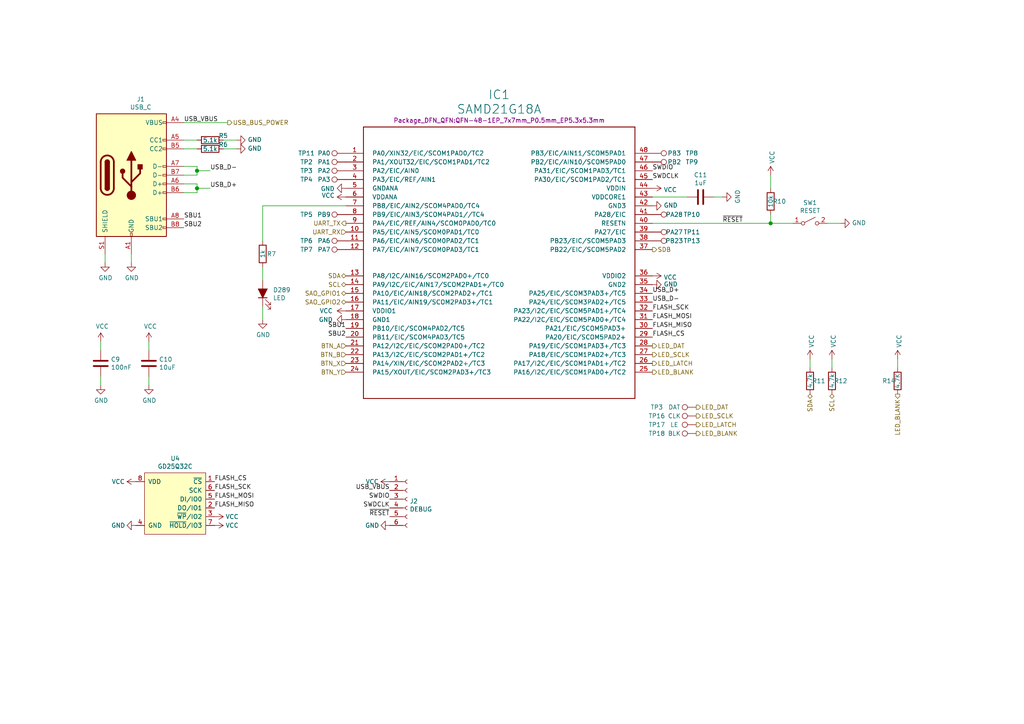
<source format=kicad_sch>
(kicad_sch (version 20200828) (generator eeschema)
  (page 2 20)
  (paper "A4")
  (title_block (title "SAMD21 controller, flash, usb and programming") (rev "1.0"))
  (lib_symbols
    (symbol "Connector:Conn_01x06_Female" (pin_names (offset 1.016) hide)
      (property "Reference" "J" (at 0 7.62 0))
      (property "Value" "Conn_01x06_Female" (at 0 -10.16 0))
      (symbol "Conn_01x06_Female_1_1"
        (arc (start 0 -7.112) (end 0 -8.128) (radius (at 0 -7.62) (length 0.508) (angles 90.1 -90.1)) (stroke (width 0.1524)))
        (arc (start 0 -4.572) (end 0 -5.588) (radius (at 0 -5.08) (length 0.508) (angles 90.1 -90.1)) (stroke (width 0.1524)))
        (arc (start 0 -2.032) (end 0 -3.048) (radius (at 0 -2.54) (length 0.508) (angles 90.1 -90.1)) (stroke (width 0.1524)))
        (arc (start 0 0.508) (end 0 -0.508) (radius (at 0 0) (length 0.508) (angles 90.1 -90.1)) (stroke (width 0.1524)))
        (arc (start 0 3.048) (end 0 2.032) (radius (at 0 2.54) (length 0.508) (angles 90.1 -90.1)) (stroke (width 0.1524)))
        (arc (start 0 5.588) (end 0 4.572) (radius (at 0 5.08) (length 0.508) (angles 90.1 -90.1)) (stroke (width 0.1524)))
        (polyline (pts (xy -1.27 -7.62) (xy -0.508 -7.62)) (stroke (width 0.1524)))
        (polyline (pts (xy -1.27 -5.08) (xy -0.508 -5.08)) (stroke (width 0.1524)))
        (polyline (pts (xy -1.27 -2.54) (xy -0.508 -2.54)) (stroke (width 0.1524)))
        (polyline (pts (xy -1.27 0) (xy -0.508 0)) (stroke (width 0.1524)))
        (polyline (pts (xy -1.27 2.54) (xy -0.508 2.54)) (stroke (width 0.1524)))
        (polyline (pts (xy -1.27 5.08) (xy -0.508 5.08)) (stroke (width 0.1524)))
        (pin passive line (at -5.08 5.08 0) (length 3.81) (name "Pin_1") (number "1"))
        (pin passive line (at -5.08 2.54 0) (length 3.81) (name "Pin_2") (number "2"))
        (pin passive line (at -5.08 0 0) (length 3.81) (name "Pin_3") (number "3"))
        (pin passive line (at -5.08 -2.54 0) (length 3.81) (name "Pin_4") (number "4"))
        (pin passive line (at -5.08 -5.08 0) (length 3.81) (name "Pin_5") (number "5"))
        (pin passive line (at -5.08 -7.62 0) (length 3.81) (name "Pin_6") (number "6"))
      )
    )
    (symbol "Connector:TestPoint" (pin_numbers hide) (pin_names (offset 0.762) hide)
      (property "Reference" "TP" (at 0 6.858 0))
      (property "Value" "TestPoint" (at 0 5.08 0))
      (symbol "TestPoint_0_1"
        (circle (center 0 3.302) (radius 0.762))
      )
      (symbol "TestPoint_1_1"
        (pin passive line (at 0 0 90) (length 2.54) (name "1") (number "1"))
      )
    )
    (symbol "Connector:USB_C_Receptacle_USB2.0" (pin_names (offset 1.016))
      (property "Reference" "J" (at -10.16 19.05 0))
      (property "Value" "USB_C_Receptacle_USB2.0" (at 19.05 19.05 0))
      (symbol "USB_C_Receptacle_USB2.0_0_1"
        (arc (start -8.89 -3.81) (end -5.08 -3.81) (radius (at -6.985 -3.81) (length 1.905) (angles -179.9 -0.1)) (stroke (width 0.508)))
        (arc (start -7.62 -3.81) (end -6.35 -3.81) (radius (at -6.985 -3.81) (length 0.635) (angles -179.9 -0.1)) (stroke (width 0.254)))
        (arc (start -7.62 -3.81) (end -6.35 -3.81) (radius (at -6.985 -3.81) (length 0.635) (angles -179.9 -0.1)) (stroke (width 0.254)) (fill (type outline)))
        (arc (start -6.35 3.81) (end -7.62 3.81) (radius (at -6.985 3.81) (length 0.635) (angles 0.1 179.9)) (stroke (width 0.254)) (fill (type outline)))
        (arc (start -6.35 3.81) (end -7.62 3.81) (radius (at -6.985 3.81) (length 0.635) (angles 0.1 179.9)) (stroke (width 0.254)))
        (arc (start -5.08 3.81) (end -8.89 3.81) (radius (at -6.985 3.81) (length 1.905) (angles 0.1 179.9)) (stroke (width 0.508)))
        (circle (center -2.54 1.143) (radius 0.635) (stroke (width 0.254)) (fill (type outline)))
        (circle (center 0 -5.842) (radius 1.27) (fill (type outline)))
        (rectangle (start -10.16 17.78) (end 10.16 -17.78) (stroke (width 0.254)) (fill (type background)))
        (rectangle (start -7.62 -3.81) (end -6.35 3.81) (stroke (width 0.254)) (fill (type outline)))
        (rectangle (start 1.905 1.778) (end 3.175 3.048) (stroke (width 0.254)) (fill (type outline)))
        (polyline (pts (xy -8.89 -3.81) (xy -8.89 3.81)) (stroke (width 0.508)))
        (polyline (pts (xy -5.08 3.81) (xy -5.08 -3.81)) (stroke (width 0.508)))
        (polyline (pts (xy 0 -5.842) (xy 0 4.318)) (stroke (width 0.508)))
        (polyline (pts (xy 0 -3.302) (xy -2.54 -0.762) (xy -2.54 0.508)) (stroke (width 0.508)))
        (polyline (pts (xy 0 -2.032) (xy 2.54 0.508) (xy 2.54 1.778)) (stroke (width 0.508)))
        (polyline (pts (xy -1.27 4.318) (xy 0 6.858) (xy 1.27 4.318) (xy -1.27 4.318)) (stroke (width 0.254)) (fill (type outline)))
      )
      (symbol "USB_C_Receptacle_USB2.0_0_0"
        (rectangle (start -0.254 -17.78) (end 0.254 -16.764))
        (rectangle (start 10.16 -14.986) (end 9.144 -15.494))
        (rectangle (start 10.16 -12.446) (end 9.144 -12.954))
        (rectangle (start 10.16 -4.826) (end 9.144 -5.334))
        (rectangle (start 10.16 -2.286) (end 9.144 -2.794))
        (rectangle (start 10.16 0.254) (end 9.144 -0.254))
        (rectangle (start 10.16 2.794) (end 9.144 2.286))
        (rectangle (start 10.16 7.874) (end 9.144 7.366))
        (rectangle (start 10.16 10.414) (end 9.144 9.906))
        (rectangle (start 10.16 15.494) (end 9.144 14.986))
      )
      (symbol "USB_C_Receptacle_USB2.0_1_1"
        (pin power_in line (at 0 -22.86 90) (length 5.08) (name "GND") (number "A1"))
        (pin passive line (at 0 -22.86 90) (length 5.08) hide (name "GND") (number "A12"))
        (pin power_in line (at 15.24 15.24 180) (length 5.08) (name "VBUS") (number "A4"))
        (pin bidirectional line (at 15.24 10.16 180) (length 5.08) (name "CC1") (number "A5"))
        (pin bidirectional line (at 15.24 -2.54 180) (length 5.08) (name "D+") (number "A6"))
        (pin bidirectional line (at 15.24 2.54 180) (length 5.08) (name "D-") (number "A7"))
        (pin bidirectional line (at 15.24 -12.7 180) (length 5.08) (name "SBU1") (number "A8"))
        (pin passive line (at 15.24 15.24 180) (length 5.08) hide (name "VBUS") (number "A9"))
        (pin passive line (at 0 -22.86 90) (length 5.08) hide (name "GND") (number "B1"))
        (pin passive line (at 0 -22.86 90) (length 5.08) hide (name "GND") (number "B12"))
        (pin passive line (at 15.24 15.24 180) (length 5.08) hide (name "VBUS") (number "B4"))
        (pin bidirectional line (at 15.24 7.62 180) (length 5.08) (name "CC2") (number "B5"))
        (pin bidirectional line (at 15.24 -5.08 180) (length 5.08) (name "D+") (number "B6"))
        (pin bidirectional line (at 15.24 0 180) (length 5.08) (name "D-") (number "B7"))
        (pin bidirectional line (at 15.24 -15.24 180) (length 5.08) (name "SBU2") (number "B8"))
        (pin passive line (at 15.24 15.24 180) (length 5.08) hide (name "VBUS") (number "B9"))
        (pin passive line (at -7.62 -22.86 90) (length 5.08) (name "SHIELD") (number "S1"))
      )
    )
    (symbol "Device:C" (pin_numbers hide) (pin_names (offset 0.254))
      (property "Reference" "C" (at 0.635 2.54 0))
      (property "Value" "C" (at 0.635 -2.54 0))
      (symbol "C_0_1"
        (polyline (pts (xy -2.032 -0.762) (xy 2.032 -0.762)) (stroke (width 0.508)))
        (polyline (pts (xy -2.032 0.762) (xy 2.032 0.762)) (stroke (width 0.508)))
      )
      (symbol "C_1_1"
        (pin passive line (at 0 3.81 270) (length 2.794) (name "~") (number "1"))
        (pin passive line (at 0 -3.81 90) (length 2.794) (name "~") (number "2"))
      )
    )
    (symbol "Device:LED_ALT" (pin_numbers hide) (pin_names (offset 1.016) hide)
      (property "Reference" "D" (at 0 2.54 0))
      (property "Value" "LED_ALT" (at 0 -2.54 0))
      (symbol "LED_ALT_0_1"
        (polyline (pts (xy -1.27 -1.27) (xy -1.27 1.27)) (stroke (width 0.254)))
        (polyline (pts (xy -1.27 0) (xy 1.27 0)))
        (polyline (pts (xy 1.27 -1.27) (xy 1.27 1.27) (xy -1.27 0) (xy 1.27 -1.27)) (stroke (width 0.254)) (fill (type outline)))
        (polyline (pts (xy -3.048 -0.762) (xy -4.572 -2.286) (xy -3.81 -2.286) (xy -4.572 -2.286) (xy -4.572 -1.524)))
        (polyline (pts (xy -1.778 -0.762) (xy -3.302 -2.286) (xy -2.54 -2.286) (xy -3.302 -2.286) (xy -3.302 -1.524)))
      )
      (symbol "LED_ALT_1_1"
        (pin passive line (at -3.81 0 0) (length 2.54) (name "K") (number "1"))
        (pin passive line (at 3.81 0 180) (length 2.54) (name "A") (number "2"))
      )
    )
    (symbol "Device:R" (pin_numbers hide) (pin_names (offset 0))
      (property "Reference" "R" (at 2.032 0 90))
      (property "Value" "R" (at 0 0 90))
      (symbol "R_0_1"
        (rectangle (start -1.016 -2.54) (end 1.016 2.54) (stroke (width 0.254)))
      )
      (symbol "R_1_1"
        (pin passive line (at 0 3.81 270) (length 1.27) (name "~") (number "1"))
        (pin passive line (at 0 -3.81 90) (length 1.27) (name "~") (number "2"))
      )
    )
    (symbol "Switch:SW_SPST" (pin_names (offset 0) hide)
      (property "Reference" "SW" (at 0 3.175 0))
      (property "Value" "SW_SPST" (at 0 -2.54 0))
      (symbol "SW_SPST_0_0"
        (circle (center -2.032 0) (radius 0.508))
        (circle (center 2.032 0) (radius 0.508))
        (polyline (pts (xy -1.524 0.254) (xy 1.524 1.778)))
      )
      (symbol "SW_SPST_1_1"
        (pin passive line (at -5.08 0 0) (length 2.54) (name "A") (number "1"))
        (pin passive line (at 5.08 0 180) (length 2.54) (name "B") (number "2"))
      )
    )
    (symbol "gd25q32cx:GD25Q32C" (pin_names (offset 1.016))
      (property "Reference" "U" (at 8.89 10.16 0))
      (property "Value" "GD25Q32C" (at 0 -10.16 0))
      (symbol "GD25Q32C_0_1"
        (rectangle (start -8.89 8.89) (end 8.89 -8.89) (fill (type background)))
      )
      (symbol "GD25Q32C_1_1"
        (pin input line (at 11.43 6.35 180) (length 2.54) (name "~CS~") (number "1"))
        (pin bidirectional line (at 11.43 -1.27 180) (length 2.54) (name "DO/IO1") (number "2"))
        (pin bidirectional line (at 11.43 -3.81 180) (length 2.54) (name "~WP~/IO2") (number "3"))
        (pin power_in line (at -11.43 -6.35 0) (length 2.54) (name "GND") (number "4"))
        (pin bidirectional line (at 11.43 1.27 180) (length 2.54) (name "DI/IO0") (number "5"))
        (pin input line (at 11.43 3.81 180) (length 2.54) (name "SCK") (number "6"))
        (pin bidirectional line (at 11.43 -6.35 180) (length 2.54) (name "~HOLD~/IO3") (number "7"))
        (pin power_in line (at -11.43 6.35 0) (length 2.54) (name "VDD") (number "8"))
      )
    )
    (symbol "power:GND" (power) (pin_names (offset 0))
      (property "Value" "GND" (at 0 -3.81 0))
      (symbol "GND_0_1"
        (polyline (pts (xy 0 0) (xy 0 -1.27) (xy 1.27 -1.27) (xy 0 -2.54) (xy -1.27 -1.27) (xy 0 -1.27)))
      )
      (symbol "GND_1_1"
        (pin power_in line (at 0 0 270) (length 0) hide (name "GND") (number "1"))
      )
    )
    (symbol "power:VCC" (power) (pin_names (offset 0))
      (property "Value" "VCC" (at 0 3.81 0))
      (symbol "VCC_0_1"
        (polyline (pts (xy -0.762 1.27) (xy 0 2.54)))
        (polyline (pts (xy 0 0) (xy 0 2.54)))
        (polyline (pts (xy 0 2.54) (xy 0.762 1.27)))
      )
      (symbol "VCC_1_1"
        (pin power_in line (at 0 0 90) (length 0) hide (name "VCC") (number "1"))
      )
    )
    (symbol "samd21g18a:SAMD21G18A" (pin_names (offset 2.54))
      (property "Reference" "IC" (at -5.08 0 0))
      (property "Value" "SAMD21G18A" (at -30.48 40.64 0))
      (property "Footprint" "atmel:TQFP48" (at -30.48 38.1 0))
      (symbol "SAMD21G18A_0_0"
        (polyline (pts (xy -38.1 40.64) (xy 40.64 40.64)) (stroke (width 0.254)))
        (polyline (pts (xy 40.64 40.64) (xy 40.64 -38.1)) (stroke (width 0.254)))
        (polyline (pts (xy 40.64 -38.1) (xy -38.1 -38.1)) (stroke (width 0.254)))
        (polyline (pts (xy -38.1 -38.1) (xy -38.1 40.64)) (stroke (width 0.254)))
        (pin power_in line (at -43.18 -15.24 0) (length 5.08) (name "GND1") (number "18"))
        (pin power_in line (at 45.72 -5.08 180) (length 5.08) (name "GND2") (number "35"))
        (pin power_in line (at 45.72 17.78 180) (length 5.08) (name "GND3") (number "42"))
        (pin power_in line (at -43.18 22.86 0) (length 5.08) (name "GNDANA") (number "5"))
        (pin bidirectional line (at -43.18 33.02 0) (length 5.08) (name "PA0/XIN32/EIC/SCOM1PAD0/TC2") (number "1"))
        (pin bidirectional line (at -43.18 30.48 0) (length 5.08) (name "PA1/XOUT32/EIC/SCOM1PAD1/TC2") (number "2"))
        (pin bidirectional line (at -43.18 27.94 0) (length 5.08) (name "PA2/EIC/AIN0") (number "3"))
        (pin bidirectional line (at -43.18 25.4 0) (length 5.08) (name "PA3/EIC/REF/AIN1") (number "4"))
        (pin bidirectional line (at -43.18 12.7 0) (length 5.08) (name "PA4/EIC/REF/AIN4/SCOM0PAD0/TC0") (number "9"))
        (pin bidirectional line (at -43.18 10.16 0) (length 5.08) (name "PA5/EIC/AIN5/SCOM0PAD1/TC0") (number "10"))
        (pin bidirectional line (at -43.18 7.62 0) (length 5.08) (name "PA6/EIC/AIN6/SCOM0PAD2/TC1") (number "11"))
        (pin bidirectional line (at -43.18 5.08 0) (length 5.08) (name "PA7/EIC/AIN7/SCOM0PAD3/TC1") (number "12"))
        (pin bidirectional line (at -43.18 -2.54 0) (length 5.08) (name "PA8/I2C/AIN16/SCOM2PAD0+/TC0") (number "13"))
        (pin bidirectional line (at -43.18 -5.08 0) (length 5.08) (name "PA9/I2C/EIC/AIN17/SCOM2PAD1+/TC0") (number "14"))
        (pin bidirectional line (at -43.18 -7.62 0) (length 5.08) (name "PA10/EIC/AIN18/SCOM2PAD2+/TC1") (number "15"))
        (pin bidirectional line (at -43.18 -10.16 0) (length 5.08) (name "PA11/EIC/AIN19/SCOM2PAD3+/TC1") (number "16"))
        (pin bidirectional line (at -43.18 -22.86 0) (length 5.08) (name "PA12/I2C/EIC/SCOM2PAD0+/TC2") (number "21"))
        (pin bidirectional line (at -43.18 -25.4 0) (length 5.08) (name "PA13/I2C/EIC/SCOM2PAD1+/TC2") (number "22"))
        (pin bidirectional line (at -43.18 -27.94 0) (length 5.08) (name "PA14/XIN/EIC/SCOM2PAD2+/TC3") (number "23"))
        (pin bidirectional line (at -43.18 -30.48 0) (length 5.08) (name "PA15/XOUT/EIC/SCOM2PAD3+/TC3") (number "24"))
        (pin bidirectional line (at 45.72 -30.48 180) (length 5.08) (name "PA16/I2C/EIC/SCOM1PAD0+/TC2") (number "25"))
        (pin bidirectional line (at 45.72 -27.94 180) (length 5.08) (name "PA17/I2C/EIC/SCOM1PAD1+/TC2") (number "26"))
        (pin bidirectional line (at 45.72 -25.4 180) (length 5.08) (name "PA18/EIC/SCOM1PAD2+/TC3") (number "27"))
        (pin bidirectional line (at 45.72 -22.86 180) (length 5.08) (name "PA19/EIC/SCOM1PAD3+/TC3") (number "28"))
        (pin bidirectional line (at 45.72 -20.32 180) (length 5.08) (name "PA20/EIC/SCOM5PAD2+") (number "29"))
        (pin bidirectional line (at 45.72 -17.78 180) (length 5.08) (name "PA21/EIC/SCOM5PAD3+") (number "30"))
        (pin bidirectional line (at 45.72 -15.24 180) (length 5.08) (name "PA22/I2C/EIC/SCOM5PAD0+/TC4") (number "31"))
        (pin bidirectional line (at 45.72 -12.7 180) (length 5.08) (name "PA23/I2C/EIC/SCOM5PAD1+/TC4") (number "32"))
        (pin bidirectional line (at 45.72 -10.16 180) (length 5.08) (name "PA24/EIC/SCOM3PAD2+/TC5") (number "33"))
        (pin bidirectional line (at 45.72 -7.62 180) (length 5.08) (name "PA25/EIC/SCOM3PAD3+/TC5") (number "34"))
        (pin bidirectional line (at 45.72 10.16 180) (length 5.08) (name "PA27/EIC") (number "39"))
        (pin bidirectional line (at 45.72 15.24 180) (length 5.08) (name "PA28/EIC") (number "41"))
        (pin bidirectional line (at 45.72 25.4 180) (length 5.08) (name "PA30/EIC/SCOM1PAD2/TC1") (number "45"))
        (pin bidirectional line (at 45.72 27.94 180) (length 5.08) (name "PA31/EIC/SCOM1PAD3/TC1") (number "46"))
        (pin bidirectional line (at 45.72 30.48 180) (length 5.08) (name "PB2/EIC/AIN10/SCOM5PAD0") (number "47"))
        (pin bidirectional line (at 45.72 33.02 180) (length 5.08) (name "PB3/EIC/AIN11/SCOM5PAD1") (number "48"))
        (pin bidirectional line (at -43.18 17.78 0) (length 5.08) (name "PB8/EIC/AIN2/SCOM4PAD0/TC4") (number "7"))
        (pin bidirectional line (at -43.18 15.24 0) (length 5.08) (name "PB9/EIC/AIN3/SCOM4PAD1//TC4") (number "8"))
        (pin bidirectional line (at -43.18 -17.78 0) (length 5.08) (name "PB10/EIC/SCOM4PAD2/TC5") (number "19"))
        (pin bidirectional line (at -43.18 -20.32 0) (length 5.08) (name "PB11/EIC/SCOM4PAD3/TC5") (number "20"))
        (pin bidirectional line (at 45.72 5.08 180) (length 5.08) (name "PB22/EIC/SCOM5PAD2") (number "37"))
        (pin bidirectional line (at 45.72 7.62 180) (length 5.08) (name "PB23/EIC/SCOM5PAD3") (number "38"))
        (pin bidirectional line (at 45.72 12.7 180) (length 5.08) (name "RESETN") (number "40"))
        (pin power_in line (at -43.18 20.32 0) (length 5.08) (name "VDDANA") (number "6"))
        (pin input line (at 45.72 20.32 180) (length 5.08) (name "VDDCORE1") (number "43"))
        (pin power_in line (at 45.72 22.86 180) (length 5.08) (name "VDDIN") (number "44"))
        (pin power_in line (at -43.18 -12.7 0) (length 5.08) (name "VDDIO1") (number "17"))
        (pin power_in line (at 45.72 -2.54 180) (length 5.08) (name "VDDIO2") (number "36"))
      )
    )
  )
  (junction (at 57.15 49.53) (diameter 1.016))
  (junction (at 57.15 54.61) (diameter 1.016))
  (junction (at 223.52 64.77) (diameter 1.016))
  (wire (pts (xy 29.21 99.06) (xy 29.21 101.6)))
  (wire (pts (xy 29.21 109.22) (xy 29.21 111.76)))
  (wire (pts (xy 30.48 73.66) (xy 30.48 76.2)))
  (wire (pts (xy 38.1 73.66) (xy 38.1 76.2)))
  (wire (pts (xy 43.18 99.06) (xy 43.18 101.6)))
  (wire (pts (xy 43.18 109.22) (xy 43.18 111.76)))
  (wire (pts (xy 53.34 40.64) (xy 57.15 40.64)))
  (wire (pts (xy 53.34 43.18) (xy 57.15 43.18)))
  (wire (pts (xy 53.34 48.26) (xy 57.15 48.26)))
  (wire (pts (xy 53.34 53.34) (xy 57.15 53.34)))
  (wire (pts (xy 57.15 48.26) (xy 57.15 49.53)))
  (wire (pts (xy 57.15 49.53) (xy 57.15 50.8)))
  (wire (pts (xy 57.15 49.53) (xy 60.96 49.53)))
  (wire (pts (xy 57.15 50.8) (xy 53.34 50.8)))
  (wire (pts (xy 57.15 53.34) (xy 57.15 54.61)))
  (wire (pts (xy 57.15 54.61) (xy 57.15 55.88)))
  (wire (pts (xy 57.15 54.61) (xy 60.96 54.61)))
  (wire (pts (xy 57.15 55.88) (xy 53.34 55.88)))
  (wire (pts (xy 64.77 40.64) (xy 68.58 40.64)))
  (wire (pts (xy 66.04 35.56) (xy 53.34 35.56)))
  (wire (pts (xy 68.58 43.18) (xy 64.77 43.18)))
  (wire (pts (xy 76.2 59.69) (xy 76.2 69.85)))
  (wire (pts (xy 76.2 59.69) (xy 100.33 59.69)))
  (wire (pts (xy 76.2 77.47) (xy 76.2 81.28)))
  (wire (pts (xy 76.2 88.9) (xy 76.2 92.71)))
  (wire (pts (xy 189.23 57.15) (xy 199.39 57.15)))
  (wire (pts (xy 189.23 64.77) (xy 223.52 64.77)))
  (wire (pts (xy 207.01 57.15) (xy 209.55 57.15)))
  (wire (pts (xy 223.52 50.8) (xy 223.52 54.61)))
  (wire (pts (xy 223.52 62.23) (xy 223.52 64.77)))
  (wire (pts (xy 223.52 64.77) (xy 229.87 64.77)))
  (wire (pts (xy 234.95 104.14) (xy 234.95 106.68)))
  (wire (pts (xy 240.03 64.77) (xy 243.84 64.77)))
  (wire (pts (xy 241.3 104.14) (xy 241.3 106.68)))
  (wire (pts (xy 260.35 106.68) (xy 260.35 104.14)))
  (label "USB_VBUS" (at 53.34 35.56 0))
  (label "SBU1" (at 53.34 63.5 0))
  (label "SBU2" (at 53.34 66.04 0))
  (label "USB_D-" (at 60.96 49.53 0))
  (label "USB_D+" (at 60.96 54.61 0))
  (label "FLASH_CS" (at 62.23 139.7 0))
  (label "FLASH_SCK" (at 62.23 142.24 0))
  (label "FLASH_MOSI" (at 62.23 144.78 0))
  (label "FLASH_MISO" (at 62.23 147.32 0))
  (label "SBU1" (at 100.33 95.25 180))
  (label "SBU2" (at 100.33 97.79 180))
  (label "USB_VBUS" (at 113.03 142.24 180))
  (label "SWDIO" (at 113.03 144.78 180))
  (label "SWDCLK" (at 113.03 147.32 180))
  (label "~RESET" (at 113.03 149.86 180))
  (label "SWDIO" (at 189.23 49.53 0))
  (label "SWDCLK" (at 189.23 52.07 0))
  (label "USB_D+" (at 189.23 85.09 0))
  (label "USB_D-" (at 189.23 87.63 0))
  (label "FLASH_SCK" (at 189.23 90.17 0))
  (label "FLASH_MOSI" (at 189.23 92.71 0))
  (label "FLASH_MISO" (at 189.23 95.25 0))
  (label "FLASH_CS" (at 189.23 97.79 0))
  (label "~RESET" (at 209.55 64.77 0))
  (hierarchical_label "USB_BUS_POWER" (shape output) (at 66.04 35.56 0))
  (hierarchical_label "UART_TX" (shape output) (at 100.33 64.77 180))
  (hierarchical_label "UART_RX" (shape input) (at 100.33 67.31 180))
  (hierarchical_label "SDA" (shape bidirectional) (at 100.33 80.01 180))
  (hierarchical_label "SCL" (shape bidirectional) (at 100.33 82.55 180))
  (hierarchical_label "SAO_GPIO1" (shape bidirectional) (at 100.33 85.09 180))
  (hierarchical_label "SAO_GPIO2" (shape bidirectional) (at 100.33 87.63 180))
  (hierarchical_label "BTN_A" (shape input) (at 100.33 100.33 180))
  (hierarchical_label "BTN_B" (shape input) (at 100.33 102.87 180))
  (hierarchical_label "BTN_X" (shape input) (at 100.33 105.41 180))
  (hierarchical_label "BTN_Y" (shape input) (at 100.33 107.95 180))
  (hierarchical_label "SDB" (shape output) (at 189.23 72.39 0))
  (hierarchical_label "LED_DAT" (shape output) (at 189.23 100.33 0))
  (hierarchical_label "LED_SCLK" (shape output) (at 189.23 102.87 0))
  (hierarchical_label "LED_LATCH" (shape output) (at 189.23 105.41 0))
  (hierarchical_label "LED_BLANK" (shape output) (at 189.23 107.95 0))
  (hierarchical_label "LED_DAT" (shape output) (at 201.93 118.11 0))
  (hierarchical_label "LED_SCLK" (shape output) (at 201.93 120.65 0))
  (hierarchical_label "LED_LATCH" (shape output) (at 201.93 123.19 0))
  (hierarchical_label "LED_BLANK" (shape output) (at 201.93 125.73 0))
  (hierarchical_label "SDA" (shape bidirectional) (at 234.95 114.3 270))
  (hierarchical_label "SCL" (shape bidirectional) (at 241.3 114.3 270))
  (hierarchical_label "LED_BLANK" (shape output) (at 260.35 114.3 270))
  (symbol (lib_id "Connector:TestPoint") (at 100.33 44.45 90) (unit 1)
    (property "Reference" "TP11" (at 88.9 44.45 90))
    (property "Value" "PA0" (at 93.98 44.45 90))
    (property "Footprint" "Connectors:TestPoint_Large" (effects hide))
  )
  (symbol (lib_id "Connector:TestPoint") (at 100.33 46.99 90) (unit 1)
    (property "Reference" "TP2" (at 88.9 46.99 90))
    (property "Value" "PA1" (at 93.98 46.99 90))
    (property "Footprint" "Connectors:TestPoint_Large" (effects hide))
  )
  (symbol (lib_id "Connector:TestPoint") (at 100.33 49.53 90) (unit 1)
    (property "Reference" "TP3" (at 88.9 49.53 90))
    (property "Value" "PA2" (at 93.98 49.53 90))
    (property "Footprint" "Connectors:TestPoint_Large" (effects hide))
  )
  (symbol (lib_id "Connector:TestPoint") (at 100.33 52.07 90) (unit 1)
    (property "Reference" "TP4" (at 88.9 52.07 90))
    (property "Value" "PA3" (at 93.98 52.07 90))
    (property "Footprint" "Connectors:TestPoint_Large" (effects hide))
  )
  (symbol (lib_id "Connector:TestPoint") (at 100.33 62.23 90) (unit 1)
    (property "Reference" "TP5" (at 88.9 62.23 90))
    (property "Value" "PB9" (at 93.98 62.23 90))
    (property "Footprint" "Connectors:TestPoint_Large" (effects hide))
  )
  (symbol (lib_id "Connector:TestPoint") (at 100.33 69.85 90) (unit 1)
    (property "Reference" "TP6" (at 88.9 69.85 90))
    (property "Value" "PA6" (at 93.98 69.85 90))
    (property "Footprint" "Connectors:TestPoint_Large" (effects hide))
  )
  (symbol (lib_id "Connector:TestPoint") (at 100.33 72.39 90) (unit 1)
    (property "Reference" "TP7" (at 88.9 72.39 90))
    (property "Value" "PA7" (at 93.98 72.39 90))
    (property "Footprint" "Connectors:TestPoint_Large" (effects hide))
  )
  (symbol (lib_id "Connector:TestPoint") (at 189.23 44.45 270) (unit 1)
    (property "Reference" "TP8" (at 200.66 44.45 90))
    (property "Value" "PB3" (at 195.58 44.45 90))
    (property "Footprint" "Connectors:TestPoint_Large" (effects hide))
  )
  (symbol (lib_id "Connector:TestPoint") (at 189.23 46.99 270) (unit 1)
    (property "Reference" "TP9" (at 200.66 46.99 90))
    (property "Value" "PB2" (at 195.58 46.99 90))
    (property "Footprint" "Connectors:TestPoint_Large" (effects hide))
  )
  (symbol (lib_id "Connector:TestPoint") (at 189.23 62.23 270) (unit 1)
    (property "Reference" "TP10" (at 200.66 62.23 90))
    (property "Value" "PA28" (at 195.58 62.23 90))
    (property "Footprint" "Connectors:TestPoint_Large" (effects hide))
  )
  (symbol (lib_id "Connector:TestPoint") (at 189.23 67.31 270) (unit 1)
    (property "Reference" "TP11" (at 200.66 67.31 90))
    (property "Value" "PA27" (at 195.58 67.31 90))
    (property "Footprint" "Connectors:TestPoint_Large" (effects hide))
  )
  (symbol (lib_id "Connector:TestPoint") (at 189.23 69.85 270) (unit 1)
    (property "Reference" "TP13" (at 200.66 69.85 90))
    (property "Value" "PB23" (at 195.58 69.85 90))
    (property "Footprint" "Connectors:TestPoint_Large" (effects hide))
  )
  (symbol (lib_id "Connector:TestPoint") (at 201.93 118.11 90) (unit 1)
    (property "Reference" "TP3" (at 190.5 118.11 90))
    (property "Value" "DAT" (at 195.58 118.11 90))
    (property "Footprint" "Connectors:TestPoint_Large" (effects hide))
  )
  (symbol (lib_id "Connector:TestPoint") (at 201.93 120.65 90) (unit 1)
    (property "Reference" "TP16" (at 190.5 120.65 90))
    (property "Value" "CLK" (at 195.58 120.65 90))
    (property "Footprint" "Connectors:TestPoint_Large" (effects hide))
  )
  (symbol (lib_id "Connector:TestPoint") (at 201.93 123.19 90) (unit 1)
    (property "Reference" "TP17" (at 190.5 123.19 90))
    (property "Value" "LE" (at 195.58 123.19 90))
    (property "Footprint" "Connectors:TestPoint_Large" (effects hide))
  )
  (symbol (lib_id "Connector:TestPoint") (at 201.93 125.73 90) (unit 1)
    (property "Reference" "TP18" (at 190.5 125.73 90))
    (property "Value" "BLK" (at 195.58 125.73 90))
    (property "Footprint" "Connectors:TestPoint_Large" (effects hide))
  )
  (symbol (lib_id "power:VCC") (at 29.21 99.06 0) (unit 1)
    (property "Reference" "#PWR025" (effects hide))
    (property "Value" "VCC" (at 29.6418 94.6658 0))
  )
  (symbol (lib_id "power:VCC") (at 39.37 139.7 90) (unit 1)
    (property "Reference" "#PWR029" (effects hide))
    (property "Value" "VCC" (at 34.29 139.7 90))
  )
  (symbol (lib_id "power:VCC") (at 43.18 99.06 0) (unit 1)
    (property "Reference" "#PWR031" (effects hide))
    (property "Value" "VCC" (at 43.6118 94.6658 0))
  )
  (symbol (lib_id "power:VCC") (at 62.23 149.86 270) (unit 1)
    (property "Reference" "#PWR033" (effects hide))
    (property "Value" "VCC" (at 67.31 149.86 90))
  )
  (symbol (lib_id "power:VCC") (at 62.23 152.4 270) (unit 1)
    (property "Reference" "#PWR034" (effects hide))
    (property "Value" "VCC" (at 67.31 152.4 90))
  )
  (symbol (lib_id "power:VCC") (at 100.33 57.15 90) (unit 1)
    (property "Reference" "#PWR039" (effects hide))
    (property "Value" "VCC" (at 97.1042 56.6928 90) (effects (justify left)))
  )
  (symbol (lib_id "power:VCC") (at 100.33 90.17 90) (unit 1)
    (property "Reference" "#PWR040" (effects hide))
    (property "Value" "VCC" (at 96.52 90.17 90) (effects (justify left)))
  )
  (symbol (lib_id "power:VCC") (at 113.03 139.7 90) (unit 1)
    (property "Reference" "#PWR042" (effects hide))
    (property "Value" "VCC" (at 107.95 139.7 90))
  )
  (symbol (lib_id "power:VCC") (at 189.23 54.61 270) (unit 1)
    (property "Reference" "#PWR044" (effects hide))
    (property "Value" "VCC" (at 192.4812 55.0418 90) (effects (justify left)))
  )
  (symbol (lib_id "power:VCC") (at 189.23 80.01 270) (unit 1)
    (property "Reference" "#PWR046" (effects hide))
    (property "Value" "VCC" (at 192.4812 80.4418 90) (effects (justify left)))
  )
  (symbol (lib_id "power:VCC") (at 223.52 50.8 0) (unit 1)
    (property "Reference" "#PWR0103" (effects hide))
    (property "Value" "VCC" (at 223.9518 47.5488 90) (effects (justify left)))
  )
  (symbol (lib_id "power:VCC") (at 234.95 104.14 0) (unit 1)
    (property "Reference" "#PWR067" (effects hide))
    (property "Value" "VCC" (at 235.3818 100.8888 90) (effects (justify left)))
  )
  (symbol (lib_id "power:VCC") (at 241.3 104.14 0) (unit 1)
    (property "Reference" "#PWR068" (effects hide))
    (property "Value" "VCC" (at 241.7318 100.8888 90) (effects (justify left)))
  )
  (symbol (lib_id "power:VCC") (at 260.35 104.14 0) (unit 1)
    (property "Reference" "#PWR0107" (effects hide))
    (property "Value" "VCC" (at 260.7818 100.8888 90) (effects (justify left)))
  )
  (symbol (lib_id "power:GND") (at 29.21 111.76 0) (unit 1)
    (property "Reference" "#PWR026" (effects hide))
    (property "Value" "GND" (at 29.337 116.1542 0))
  )
  (symbol (lib_id "power:GND") (at 30.48 76.2 0) (unit 1)
    (property "Reference" "#PWR027" (effects hide))
    (property "Value" "GND" (at 30.607 80.5942 0))
  )
  (symbol (lib_id "power:GND") (at 38.1 76.2 0) (unit 1)
    (property "Reference" "#PWR028" (effects hide))
    (property "Value" "GND" (at 38.227 80.5942 0))
  )
  (symbol (lib_id "power:GND") (at 39.37 152.4 270) (unit 1)
    (property "Reference" "#PWR030" (effects hide))
    (property "Value" "GND" (at 34.29 152.4 90))
  )
  (symbol (lib_id "power:GND") (at 43.18 111.76 0) (unit 1)
    (property "Reference" "#PWR032" (effects hide))
    (property "Value" "GND" (at 43.307 116.1542 0))
  )
  (symbol (lib_id "power:GND") (at 68.58 40.64 90) (unit 1)
    (property "Reference" "#PWR035" (effects hide))
    (property "Value" "GND" (at 71.8312 40.513 90) (effects (justify right)))
  )
  (symbol (lib_id "power:GND") (at 68.58 43.18 90) (unit 1)
    (property "Reference" "#PWR036" (effects hide))
    (property "Value" "GND" (at 71.8312 43.053 90) (effects (justify right)))
  )
  (symbol (lib_id "power:GND") (at 76.2 92.71 0) (unit 1)
    (property "Reference" "#PWR037" (effects hide))
    (property "Value" "GND" (at 76.327 97.1042 0))
  )
  (symbol (lib_id "power:GND") (at 100.33 54.61 270) (unit 1)
    (property "Reference" "#PWR038" (effects hide))
    (property "Value" "GND" (at 97.0788 54.737 90) (effects (justify right)))
  )
  (symbol (lib_id "power:GND") (at 100.33 92.71 270) (unit 1)
    (property "Reference" "#PWR041" (effects hide))
    (property "Value" "GND" (at 96.52 92.71 90) (effects (justify right)))
  )
  (symbol (lib_id "power:GND") (at 113.03 152.4 270) (unit 1)
    (property "Reference" "#PWR043" (effects hide))
    (property "Value" "GND" (at 107.95 152.4 90))
  )
  (symbol (lib_id "power:GND") (at 189.23 59.69 90) (unit 1)
    (property "Reference" "#PWR045" (effects hide))
    (property "Value" "GND" (at 192.4812 59.563 90) (effects (justify right)))
  )
  (symbol (lib_id "power:GND") (at 189.23 82.55 90) (unit 1)
    (property "Reference" "#PWR047" (effects hide))
    (property "Value" "GND" (at 192.4812 82.423 90) (effects (justify right)))
  )
  (symbol (lib_id "power:GND") (at 209.55 57.15 90) (unit 1)
    (property "Reference" "#PWR048" (effects hide))
    (property "Value" "GND" (at 213.9442 57.023 0))
  )
  (symbol (lib_id "power:GND") (at 243.84 64.77 90) (unit 1)
    (property "Reference" "#PWR049" (effects hide))
    (property "Value" "GND" (at 247.0912 64.643 90) (effects (justify right)))
  )
  (symbol (lib_id "Device:R") (at 60.96 40.64 270) (unit 1)
    (property "Reference" "R5" (at 64.77 39.37 90))
    (property "Value" "5.1k" (at 60.96 40.64 90))
    (property "Footprint" "Resistor_SMD:R_0603_1608Metric" (effects hide))
  )
  (symbol (lib_id "Device:R") (at 60.96 43.18 270) (unit 1)
    (property "Reference" "R6" (at 64.77 41.91 90))
    (property "Value" "5.1k" (at 60.96 43.18 90))
    (property "Footprint" "Resistor_SMD:R_0603_1608Metric" (effects hide))
  )
  (symbol (lib_id "Device:R") (at 76.2 73.66 180) (unit 1)
    (property "Reference" "R7" (at 78.74 73.66 0))
    (property "Value" "1k" (at 76.2 73.66 90))
    (property "Footprint" "Resistor_SMD:R_0603_1608Metric" (effects hide))
  )
  (symbol (lib_id "Device:R") (at 223.52 58.42 180) (unit 1)
    (property "Reference" "R10" (at 226.06 58.42 0))
    (property "Value" "10k" (at 223.52 58.42 90))
    (property "Footprint" "Resistor_SMD:R_0603_1608Metric" (effects hide))
  )
  (symbol (lib_id "Device:R") (at 234.95 110.49 180) (unit 1)
    (property "Reference" "R11" (at 237.49 110.49 0))
    (property "Value" "4.7k" (at 234.95 110.49 90))
    (property "Footprint" "Resistor_SMD:R_0603_1608Metric" (effects hide))
  )
  (symbol (lib_id "Device:R") (at 241.3 110.49 180) (unit 1)
    (property "Reference" "R12" (at 243.84 110.49 0))
    (property "Value" "4.7k" (at 241.3 110.49 90))
    (property "Footprint" "Resistor_SMD:R_0603_1608Metric" (effects hide))
  )
  (symbol (lib_id "Device:R") (at 260.35 110.49 0) (unit 1)
    (property "Reference" "R14" (at 257.81 110.49 0))
    (property "Value" "4.7K" (at 260.35 110.49 90))
    (property "Footprint" "Resistor_SMD:R_0603_1608Metric" (effects hide))
  )
  (symbol (lib_id "Device:LED_ALT") (at 76.2 85.09 90) (unit 1)
    (property "Reference" "D289" (at 79.172 84.099 90) (effects (justify right)))
    (property "Value" "LED" (at 79.1718 86.4108 90) (effects (justify right)))
    (property "Footprint" "LED_SMD:LED_0603_1608Metric" (effects hide))
  )
  (symbol (lib_id "Switch:SW_SPST") (at 234.95 64.77 0) (unit 1)
    (property "Reference" "SW1" (at 234.95 58.801 0))
    (property "Value" "RESET" (at 234.95 61.1124 0))
    (property "Footprint" "Button_Switch_SMD:SW_SPST_PTS810" (effects hide))
  )
  (symbol (lib_id "Device:C") (at 29.21 105.41 0) (unit 1)
    (property "Reference" "C9" (at 32.131 104.2416 0) (effects (justify left)))
    (property "Value" "100nF" (at 32.131 106.553 0) (effects (justify left)))
    (property "Footprint" "Capacitor_SMD:C_0603_1608Metric" (effects hide))
  )
  (symbol (lib_id "Device:C") (at 43.18 105.41 0) (unit 1)
    (property "Reference" "C10" (at 46.101 104.2416 0) (effects (justify left)))
    (property "Value" "10uF" (at 46.101 106.553 0) (effects (justify left)))
    (property "Footprint" "Capacitor_SMD:C_0603_1608Metric" (effects hide))
  )
  (symbol (lib_id "Device:C") (at 203.2 57.15 90) (unit 1)
    (property "Reference" "C11" (at 203.2 50.7492 90))
    (property "Value" "1uF" (at 203.2 53.0606 90))
    (property "Footprint" "Capacitor_SMD:C_0603_1608Metric" (effects hide))
  )
  (symbol (lib_id "Connector:Conn_01x06_Female") (at 118.11 144.78 0) (unit 1)
    (property "Reference" "J2" (at 118.8212 145.3896 0) (effects (justify left)))
    (property "Value" "DEBUG" (at 118.8212 147.701 0) (effects (justify left)))
    (property "Footprint" "Connector_PinHeader_2.54mm:PinHeader_1x06_P2.54mm_Vertical" (effects hide))
  )
  (symbol (lib_id "gd25q32cx:GD25Q32C") (at 50.8 146.05 0) (unit 1)
    (property "Reference" "U4" (at 50.8 132.969 0))
    (property "Value" "GD25Q32C" (at 50.8 135.2804 0))
    (property "Footprint" "Package_SO:SOIC-8_5.23x5.23mm_P1.27mm" (effects hide))
  )
  (symbol (lib_id "Connector:USB_C_Receptacle_USB2.0") (at 38.1 50.8 0) (unit 1)
    (property "Reference" "J1" (at 40.8178 28.7782 0))
    (property "Value" "USB_C" (at 40.8178 31.0896 0))
    (property "Footprint" "Connectors:USB_C_Receptacle_U262-161N-4BVC11" (effects hide))
    (property "Datasheet" "https://www.usb.org/sites/default/files/documents/usb_type-c.zip" (effects hide))
  )
  (symbol (lib_id "samd21g18a:SAMD21G18A") (at 143.51 77.47 0) (unit 1)
    (property "Reference" "IC1" (at 144.78 27.4574 0) (effects (font (size 2.54 2.54))))
    (property "Value" "SAMD21G18A" (at 144.78 31.6738 0) (effects (font (size 2.54 2.54))))
    (property "Footprint" "Package_DFN_QFN:QFN-48-1EP_7x7mm_P0.5mm_EP5.3x5.3mm" (at 144.78 34.925 0))
    (property "VALUE" "SAMD21G18A-MU" (effects hide))
  )
)
</source>
